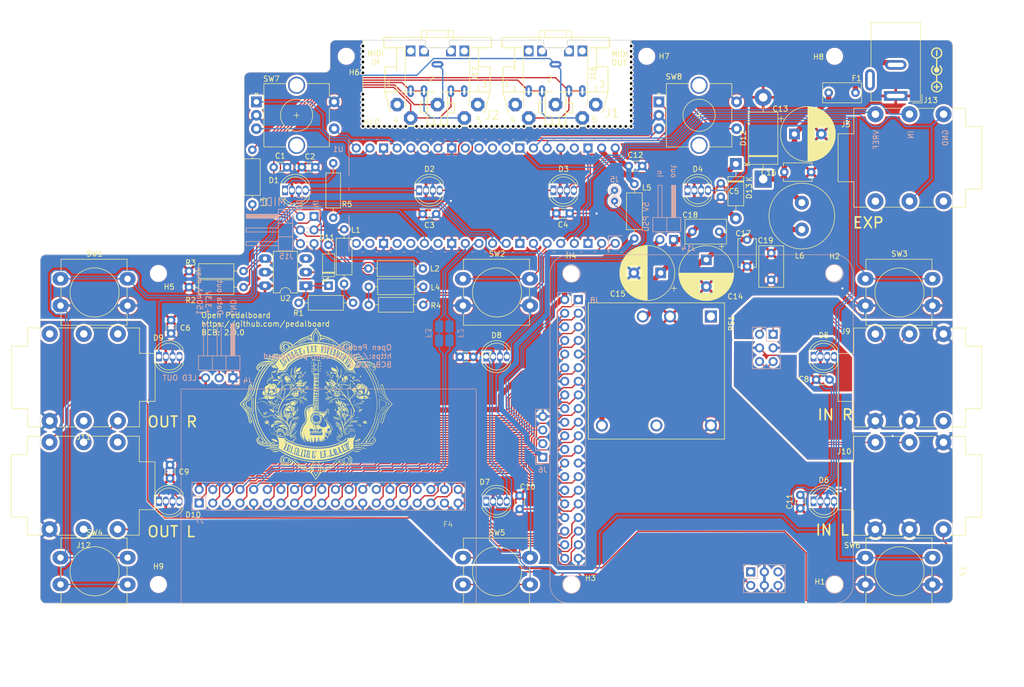
<source format=kicad_pcb>
(kicad_pcb (version 20221018) (generator pcbnew)

  (general
    (thickness 1.6)
  )

  (paper "A4")
  (title_block
    (title "Open Pedalboard")
    (date "2023-03-12")
    (rev "2.0.0")
    (company "https://github.com/pedalboard")
    (comment 1 "Source Code: https://github.com/pedalboard/pedalboard-hw")
    (comment 2 "License: CERN Open Hardware Licence Version 2 - Permissive")
  )

  (layers
    (0 "F.Cu" signal)
    (31 "B.Cu" signal)
    (32 "B.Adhes" user "B.Adhesive")
    (33 "F.Adhes" user "F.Adhesive")
    (34 "B.Paste" user)
    (35 "F.Paste" user)
    (36 "B.SilkS" user "B.Silkscreen")
    (37 "F.SilkS" user "F.Silkscreen")
    (38 "B.Mask" user)
    (39 "F.Mask" user)
    (40 "Dwgs.User" user "User.Drawings")
    (41 "Cmts.User" user "User.Comments")
    (42 "Eco1.User" user "User.Eco1")
    (43 "Eco2.User" user "User.Eco2")
    (44 "Edge.Cuts" user)
    (45 "Margin" user)
    (46 "B.CrtYd" user "B.Courtyard")
    (47 "F.CrtYd" user "F.Courtyard")
    (48 "B.Fab" user)
    (49 "F.Fab" user)
    (50 "User.1" user)
    (51 "User.2" user)
    (52 "User.3" user)
    (53 "User.4" user)
    (54 "User.5" user)
    (55 "User.6" user)
    (56 "User.7" user)
    (57 "User.8" user)
    (58 "User.9" user)
  )

  (setup
    (stackup
      (layer "F.SilkS" (type "Top Silk Screen"))
      (layer "F.Paste" (type "Top Solder Paste"))
      (layer "F.Mask" (type "Top Solder Mask") (thickness 0.01))
      (layer "F.Cu" (type "copper") (thickness 0.035))
      (layer "dielectric 1" (type "core") (thickness 1.51) (material "FR4") (epsilon_r 4.5) (loss_tangent 0.02))
      (layer "B.Cu" (type "copper") (thickness 0.035))
      (layer "B.Mask" (type "Bottom Solder Mask") (thickness 0.01))
      (layer "B.Paste" (type "Bottom Solder Paste"))
      (layer "B.SilkS" (type "Bottom Silk Screen"))
      (copper_finish "None")
      (dielectric_constraints no)
    )
    (pad_to_mask_clearance 0)
    (aux_axis_origin 20 125)
    (pcbplotparams
      (layerselection 0x00010fc_ffffffff)
      (plot_on_all_layers_selection 0x0000000_00000000)
      (disableapertmacros false)
      (usegerberextensions false)
      (usegerberattributes true)
      (usegerberadvancedattributes true)
      (creategerberjobfile true)
      (dashed_line_dash_ratio 12.000000)
      (dashed_line_gap_ratio 3.000000)
      (svgprecision 4)
      (plotframeref false)
      (viasonmask false)
      (mode 1)
      (useauxorigin false)
      (hpglpennumber 1)
      (hpglpenspeed 20)
      (hpglpendiameter 15.000000)
      (dxfpolygonmode true)
      (dxfimperialunits true)
      (dxfusepcbnewfont true)
      (psnegative false)
      (psa4output false)
      (plotreference true)
      (plotvalue true)
      (plotinvisibletext false)
      (sketchpadsonfab false)
      (subtractmaskfromsilk false)
      (outputformat 1)
      (mirror false)
      (drillshape 1)
      (scaleselection 1)
      (outputdirectory "")
    )
  )

  (net 0 "")
  (net 1 "GND")
  (net 2 "+3.3V")
  (net 3 "Net-(D1-DOUT)")
  (net 4 "/MIDI/RGB_DATA")
  (net 5 "Net-(D2-DOUT)")
  (net 6 "Net-(D3-DOUT)")
  (net 7 "Net-(D4-DOUT)")
  (net 8 "Net-(D5-DOUT)")
  (net 9 "Net-(D6-DOUT)")
  (net 10 "Net-(D7-DOUT)")
  (net 11 "Net-(D8-DOUT)")
  (net 12 "Net-(D10-DIN)")
  (net 13 "Net-(D10-DOUT)")
  (net 14 "Net-(D11-K)")
  (net 15 "Net-(D11-A)")
  (net 16 "Net-(U1-GPIO28_ADC2)")
  (net 17 "Net-(U1-AGND)")
  (net 18 "unconnected-(J3-PadSN)")
  (net 19 "Net-(U1-ADC_VREF)")
  (net 20 "unconnected-(J3-PadTN)")
  (net 21 "/Audio/INT_MIDI_TX")
  (net 22 "/Audio/INT_MIDI_RX")
  (net 23 "Net-(J7-3V3-Pad1)")
  (net 24 "/Audio/conf_i2c_sda")
  (net 25 "/Audio/conf_i2c_scl")
  (net 26 "Net-(J7-GCLK0{slash}GPIO4)")
  (net 27 "/MIDI/EXT_MIDI_RX")
  (net 28 "/MIDI/EXT_MIDI_TX")
  (net 29 "Net-(J7-GPIO17)")
  (net 30 "/Audio/audio_pcm_clk")
  (net 31 "/Audio/audio_in_stereo")
  (net 32 "Net-(J7-GPIO22)")
  (net 33 "unconnected-(U1-GPIO10-Pad14)")
  (net 34 "unconnected-(U1-GPIO12-Pad16)")
  (net 35 "unconnected-(U1-GPIO13-Pad17)")
  (net 36 "unconnected-(U1-GPIO14-Pad19)")
  (net 37 "unconnected-(U1-GPIO15-Pad20)")
  (net 38 "unconnected-(U1-GPIO22-Pad29)")
  (net 39 "unconnected-(U1-RUN-Pad30)")
  (net 40 "unconnected-(U1-GPIO26_ADC0-Pad31)")
  (net 41 "unconnected-(U1-GPIO27_ADC1-Pad32)")
  (net 42 "unconnected-(U1-3V3_EN-Pad37)")
  (net 43 "+5VD")
  (net 44 "/Audio/USB_DN")
  (net 45 "unconnected-(U2-Pad3)")
  (net 46 "Net-(J7-GPIO23)")
  (net 47 "Net-(J7-3V3-Pad17)")
  (net 48 "Net-(J7-GPIO24)")
  (net 49 "Net-(J7-MOSI0{slash}GPIO10)")
  (net 50 "Net-(J7-MISO0{slash}GPIO9)")
  (net 51 "Net-(J7-GPIO25)")
  (net 52 "Net-(J7-SCLK0{slash}GPIO11)")
  (net 53 "Net-(J7-~{CE0}{slash}GPIO8)")
  (net 54 "Net-(J7-~{CE1}{slash}GPIO7)")
  (net 55 "Net-(J7-ID_SD{slash}GPIO0)")
  (net 56 "Net-(J7-ID_SC{slash}GPIO1)")
  (net 57 "Net-(J7-GCLK1{slash}GPIO5)")
  (net 58 "Net-(J7-GCLK2{slash}GPIO6)")
  (net 59 "Net-(J7-PWM0{slash}GPIO12)")
  (net 60 "Net-(J7-PWM1{slash}GPIO13)")
  (net 61 "/Audio/audio_pcm_fs")
  (net 62 "Net-(J7-GPIO16)")
  (net 63 "/Audio/audio_out_stereo")
  (net 64 "/Audio/audio_pcm_din")
  (net 65 "/Audio/audio_pcm_dout")
  (net 66 "unconnected-(J9-PadSN)")
  (net 67 "unconnected-(J11-PadR)")
  (net 68 "unconnected-(J11-PadRN)")
  (net 69 "unconnected-(J11-PadSN)")
  (net 70 "unconnected-(J8-out_5V-Pad47)")
  (net 71 "unconnected-(J11-PadTN)")
  (net 72 "unconnected-(J12-PadR)")
  (net 73 "unconnected-(J12-PadRN)")
  (net 74 "Net-(J8-out_R)")
  (net 75 "unconnected-(J12-PadTN)")
  (net 76 "unconnected-(J8-out_5V-Pad51)")
  (net 77 "Net-(J8-out_L)")
  (net 78 "/MIDI/SW_D")
  (net 79 "/MIDI/SW_E")
  (net 80 "/MIDI/SW_F")
  (net 81 "/MIDI/SW_A")
  (net 82 "/MIDI/SW_B")
  (net 83 "/MIDI/SW_C")
  (net 84 "/MIDI/ROT_VOL_A")
  (net 85 "/MIDI/ROT_VOL_B")
  (net 86 "/MIDI/SW_VOL")
  (net 87 "/MIDI/ROT_GAIN_A")
  (net 88 "/MIDI/ROT_GAIN_B")
  (net 89 "/MIDI/SW_GAIN")
  (net 90 "unconnected-(J1-Pad1)")
  (net 91 "unconnected-(J1-Pad3)")
  (net 92 "unconnected-(J2-Pad1)")
  (net 93 "unconnected-(J2-Pad3)")
  (net 94 "Net-(L1-Pad2)")
  (net 95 "Net-(L3-Pad2)")
  (net 96 "Net-(L4-Pad2)")
  (net 97 "Net-(J15-Pin_2)")
  (net 98 "Net-(J15-Pin_6)")
  (net 99 "Net-(J15-Pin_4)")
  (net 100 "Net-(J15-Pin_3)")
  (net 101 "Net-(J15-Pin_1)")
  (net 102 "/Audio/USB_DP")
  (net 103 "Net-(D1-DIN)")
  (net 104 "/Audio/in_R-")
  (net 105 "/Audio/GND_in_R")
  (net 106 "/Audio/in_R+")
  (net 107 "/Audio/in_L-")
  (net 108 "/Audio/GND_in_L")
  (net 109 "/Audio/in_L+")
  (net 110 "/Audio/GND_out")
  (net 111 "unconnected-(PS1-CTRL-Pad1)")
  (net 112 "unconnected-(PS1-TRIM-Pad5)")
  (net 113 "/Power Supply/fused")
  (net 114 "+5VP")
  (net 115 "/Power Supply/power_input_gnd")
  (net 116 "Net-(J7-5V-Pad4)")
  (net 117 "/VBUS")
  (net 118 "unconnected-(J13-Pad3)")
  (net 119 "/Power Supply/vin")
  (net 120 "/MIDI/VSYS")
  (net 121 "/Power Supply/unfused")
  (net 122 "/MIDI/VBUS_FILTERED")
  (net 123 "Net-(U1-GPIO8)")
  (net 124 "Net-(U1-GPIO9)")
  (net 125 "Net-(F4-Pad1)")
  (net 126 "Net-(F5-Pad1)")

  (footprint "MountingHole:MountingHole_2.7mm_M2.5_DIN965" (layer "F.Cu") (at 168.02 121.5))

  (footprint "Capacitor_THT:C_Disc_D3.0mm_W1.6mm_P2.50mm" (layer "F.Cu") (at 146.8 46.7 -90))

  (footprint "Pedalboard Library:Jack_3.5mm_CUI_SJ1-3525N_Horizontal" (layer "F.Cu") (at 116 24.5 180))

  (footprint "MountingHole:MountingHole_2.7mm_M2.5_DIN965" (layer "F.Cu") (at 133 23))

  (footprint "Pedalboard Library:Jack_6.35mm_Horizontal" (layer "F.Cu") (at 34.4 111.2 180))

  (footprint "Capacitor_THT:C_Disc_D5.1mm_W3.2mm_P5.00mm" (layer "F.Cu") (at 158.6376 44.6))

  (footprint "Pedalboard Library:BarrelJack_Wuerth_6941xx301002" (layer "F.Cu") (at 179.4 30.4 180))

  (footprint "Inductor_THT:L_Axial_L6.6mm_D2.7mm_P10.16mm_Horizontal_Vishay_IM-2" (layer "F.Cu") (at 130.7 46.82 -90))

  (footprint "Pedalboard Library:LED_D5.0mm-NeoPixel" (layer "F.Cu") (at 115.6 48))

  (footprint "Pedalboard Library:Jack_6.35mm_Horizontal" (layer "F.Cu") (at 34.435 91 180))

  (footprint "Pedalboard Library:CONV_PDQE15-Q24-S5-D" (layer "F.Cu") (at 134.8 81.68 -90))

  (footprint "Pedalboard Library:Jack_6.35mm_Horizontal" (layer "F.Cu") (at 175.6 94.995))

  (footprint "Pedalboard Library:Trace_Fuse" (layer "F.Cu") (at 95.97 113.2))

  (footprint "MountingHole:MountingHole_2.7mm_M2.5_DIN965" (layer "F.Cu") (at 42 63.5))

  (footprint "Pedalboard Library:LED_D5.0mm-NeoPixel" (layer "F.Cu") (at 140.6 48))

  (footprint "Capacitor_THT:C_Disc_D3.0mm_W1.6mm_P2.50mm" (layer "F.Cu") (at 109.31 104.93 -90))

  (footprint "Pedalboard Library:LED_D5.0mm-NeoPixel" (layer "F.Cu") (at 103.1 106))

  (footprint "MountingHole:MountingHole_2.7mm_M2.5_DIN965" (layer "F.Cu") (at 118.98 121.52))

  (footprint "Pedalboard Library:Raspberry PI Compute Module CM4 Nano A" (layer "F.Cu") (at 49.59 106.32 90))

  (footprint "Capacitor_THT:C_Disc_D3.0mm_W1.6mm_P2.50mm" (layer "F.Cu") (at 161.62 107.3 90))

  (footprint "Pedalboard Library:MIDI bites" (layer "F.Cu") (at 105.1 20.075))

  (footprint "Capacitor_THT:C_Disc_D3.0mm_W1.6mm_P2.50mm" (layer "F.Cu") (at 44.155 101.7 90))

  (footprint "Pedalboard Library:SW_PUSH-12mm_Wuerth-430476085716" (layer "F.Cu") (at 98.75 64.5))

  (footprint "Pedalboard Library:LED_D5.0mm-NeoPixel" (layer "F.Cu") (at 42.1 79))

  (footprint "Resistor_THT:R_Axial_DIN0207_L6.3mm_D2.5mm_P10.16mm_Horizontal" (layer "F.Cu") (at 74.575 53.105 90))

  (footprint "Package_DIP:DIP-6_W7.62mm_LongPads" (layer "F.Cu") (at 69.475 65.8 180))

  (footprint "MountingHole:MountingHole_2.7mm_M2.5_DIN965" (layer "F.Cu") (at 77 23))

  (footprint "Inductor_THT:L_Radial_D12.0mm_P5.00mm_Fastron_11P" (layer "F.Cu") (at 161.9 50.3 -90))

  (footprint "Pedalboard Library:Jack_6.35mm_Horizontal" (layer "F.Cu") (at 175.615 33.8))

  (footprint "Capacitor_THT:C_Disc_D3.0mm_W1.6mm_P2.50mm" (layer "F.Cu") (at 63.475 43.7))

  (footprint "Pedalboard Library:CP-2350" (layer "F.Cu") (at 116 22 180))

  (footprint "Pedalboard Library:LED_D5.0mm-NeoPixel" (layer "F.Cu") (at 90.6 48))

  (footprint "Pedalboard Library:RotaryEncoder_Alps_EC11E-Switch_Vertical_H20mm_CircularMountingHoles" (layer "F.Cu") (at 60.25 31.5))

  (footprint "Capacitor_THT:C_Disc_D3.0mm_W1.6mm_P2.50mm" (layer "F.Cu") (at 68.75 43.675))

  (footprint "Capacitor_THT:C_Disc_D3.0mm_W1.6mm_P2.50mm" (layer "F.Cu") (at 164.57 83.3))

  (footprint "Capacitor_THT:CP_Radial_D10.0mm_P5.00mm" (layer "F.Cu")
    (tstamp 6f35a77b-8f92-4555-b8dd-1e9f95a95bc4)
    (at 144.1 60.932323 -90)
    (descr "CP, Radial series, Radial, pin pitch=5.00mm, , diameter=10mm, Electrolytic Capacitor")
    (tags "CP Radial series Radial pin pitch 5.00mm  diameter 10mm Electrolytic Capacitor")
    (property "Sheetfile" "psu.kicad_sch")
    (property "Sheetname" "Power Supply")
    (property "Supplier" "https://www.digikey.ch/de/products/detail/cornell-dubilier-illinois-capacitor/227AVG050MGBJ/5411698")
    (property "ki_description" "Polarized capacitor")
    (property "ki_keywords" "cap capacitor")
    (path "/0d7c87b0-1309-475f-a9d7-edcf3dee5e4e/fcf8c601-b477-4a2d-9c3f-3d19d78a0e06")
    (attr through_hole)
    (fp_text reference "C14" (at 6.867677 -5.4 -180) (layer "F.SilkS")
        (effects (font (size 1 1) (thickness 0.15)))
      (tstamp 65494ee3-5f7e-4d82-b4fe-394de66173fc)
    )
    (fp_text value "220uF" (at 2.5 6.25 90) (layer "F.Fab")
        (effects (font (size 1 1) (thickness 0.15)))
      (tstamp 90063583-d19e-4e05-8cc4-b1626614dd1e)
    )
    (fp_text user "${REFERENCE}" (at 2.5 0 90) (layer "F.Fab")
        (effects (font (size 1 1) (thickness 0.15)))
      (tstamp f6a84b95-8086-4e0a-847b-2753557c614e)
    )
    (fp_line (start -2.979646 -2.875) (end -1.979646 -2.875)
      (stroke (width 0.12) (type solid)) (layer "F.SilkS") (tstamp 28198d69-9c7f-4539-9699-0c876cf39a9d))
    (fp_line (start -2.479646 -3.375) (end -2.479646 -2.375)
      (stroke (width 0.12) (type solid)) (layer "F.SilkS") (tstamp ede325bb-774e-4994-a86a-4f47cfed108f))
    (fp_line (start 2.5 -5.08) (end 2.5 5.08)
      (stroke (width 0.12) (type solid)) (layer "F.SilkS") (tstamp 0e841c49-e3c3-415c-a67c-53db071a1904))
    (fp_line (start 2.54 -5.08) (end 2.54 5.08)
      (stroke (width 0.12) (type solid)) (layer "F.SilkS") (tstamp 3f4c9608-a1c1-48b7-aead-3089a2669495))
    (fp_line (start 2.58 -5.08) (end 2.58 5.08)
      (stroke (width 0.12) (type solid)) (layer "F.SilkS") (tstamp 858beebc-9e66-4c60-be70-76433bd33dc5))
    (fp_line (start 2.62 -5.079) (end 2.62 5.079)
      (stroke (width 0.12) (type solid)) (layer "F.SilkS") (tstamp 59be6ac9-1af3-425a-8db6-a9d6e6a05b85))
    (fp_line (start 2.66 -5.078) (end 2.66 5.078)
      (stroke (width 0.12) (type solid)) (layer "F.SilkS") (tstamp f1dd85da-463c-4491-9961-28a11975e1bc))
    (fp_line (start 2.7 -5.077) (end 2.7 5.077)
      (stroke (width 0.12) (type solid)) (layer "F.SilkS") (tstamp 37072346-fe32-4fac-9d67-0615522af2a9))
    (fp_line (start 2.74 -5.075) (end 2.74 5.075)
      (stroke (width 0.12) (type solid)) (layer "F.SilkS") (tstamp 1290d61a-c6c9-4e7b-bd30-59ac0d8c687e))
    (fp_line (start 2.78 -5.073) (end 2.78 5.073)
      (stroke (width 0.12) (type solid)) (layer "F.SilkS") (tstamp 7bb31c78-af18-4beb-8d7e-6977b022b11d))
    (fp_line (start 2.82 -5.07) (end 2.82 5.07)
      (stroke (width 0.12) (type solid)) (layer "F.SilkS") (tstamp 0c187ee5-e47c-47a3-ab3b-43473819eed1))
    (fp_line (start 2.86 -5.068) (end 2.86 5.068)
      (stroke (width 0.12) (type solid)) (layer "F.SilkS") (tstamp 97f0682b-40b4-4de3-9a43-f8c6cbb29bbb))
    (fp_line (start 2.9 -5.065) (end 2.9 5.065)
      (stroke (width 0.12) (type solid)) (layer "F.SilkS") (tstamp 8b7df788-a9d1-4bfd-9381-d332aaf78fea))
    (fp_line (start 2.94 -5.062) (end 2.94 5.062)
      (stroke (width 0.12) (type solid)) (layer "F.SilkS") (tstamp 9c2b2d5a-38de-4278-acec-e064744008ad))
    (fp_line (start 2.98 -5.058) (end 2.98 5.058)
      (stroke (width 0.12) (type solid)) (layer "F.SilkS") (tstamp 8ce05525-3d73-452f-b502-c6b5cded0722))
    (fp_line (start 3.02 -5.054) (end 3.02 5.054)
      (stroke (width 0.12) (type solid)) (layer "F.SilkS") (tstamp 35eda7cc-fc79-4cf5-a7e3-f2797b482690))
    (fp_line (start 3.06 -5.05) (end 3.06 5.05)
      (stroke (width 0.12) (type solid)) (layer "F.SilkS") (tstamp 19ca32b2-bbe2-44f5-badc-176f184eec82))
    (fp_line (start 3.1 -5.045) (end 3.1 5.045)
      (stroke (width 0.12) (type solid)) (layer "F.SilkS") (tstamp a6aeda88-290b-4bc5-82a1-f0cbf20c56d8))
    (fp_line (start 3.14 -5.04) (end 3.14 5.04)
      (stroke (width 0.12) (type solid)) (layer "F.SilkS") (tstamp 0854b33d-c0ac-4d59-8c1a-2ad4c117aa1b))
    (fp_line (start 3.18 -5.035) (end 3.18 5.035)
      (stroke (width 0.12) (type solid)) (layer "F.SilkS") (tstamp 35a14a41-0b12-4772-b3a3-e5a462cfe580))
    (fp_line (start 3.221 -5.03) (end 3.221 5.03)
      (stroke (width 0.12) (type solid)) (layer "F.SilkS") (tstamp 14f00050-d463-4207-a5a8-e4b0fe37b993))
    (fp_line (start 3.261 -5.024) (end 3.261 5.024)
      (stroke (width 0.12) (type solid)) (layer "F.SilkS") (tstamp 7bc96b85-f40e-4591-a384-8acd1f2a413b))
    (fp_line (start 3.301 -5.018) (end 3.301 5.018)
      (stroke (width 0.12) (type solid)) (layer "F.SilkS") (tstamp 4892687f-88cd-435a-a983-e84f7ee8a3a3))
    (fp_line (start 3.341 -5.011) (end 3.341 5.011)
      (stroke (width 0.12) (type solid)) (layer "F.SilkS") (tstamp bccf30f4-1359-4e84-b3b7-ec58e24538be))
    (fp_line (start 3.381 -5.004) (end 3.381 5.004)
      (stroke (width 0.12) (type solid)) (layer "F.SilkS") (tstamp 4456d963-47fa-46d7-91a0-0527b49bf20a))
    (fp_line (start 3.421 -4.997) (end 3.421 4.997)
      (stroke (width 0.12) (type solid)) (layer "F.SilkS") (tstamp 746d624a-685d-46b0-8783-16d19cb4e81a))
    (fp_line (start 3.461 -4.99) (end 3.461 4.99)
      (stroke (width 0.12) (type solid)) (layer "F.SilkS") (tstamp cc137d84-3022-45f1-b62e-6913d21a86c2))
    (fp_line (start 3.501 -4.982) (end 3.501 4.982)
      (stroke (width 0.12) (type solid)) (layer "F.SilkS") (tstamp e8372c66-8d3d-4fac-a37a-2a9d0427c62c))
    (fp_line (start 3.541 -4.974) (end 3.541 4.974)
      (stroke (width 0.12) (type solid)) (layer "F.SilkS") (tstamp cb4cd7e7-6fef-4dc1-9fda-7af275e43641))
    (fp_line (start 3.581 -4.965) (end 3.581 4.965)
      (stroke (width 0.12) (type solid)) (layer "F.SilkS") (tstamp 47e4d1a7-38f8-47a4-8c4d-ab75c9854e2b))
    (fp_line (start 3.621 -4.956) (end 3.621 4.956)
      (stroke (width 0.12) (type solid)) (layer "F.SilkS") (tstamp 30dbbdaf-64b0-4484-abd3-86553b5440f6))
    (fp_line (start 3.661 -4.947) (end 3.661 4.947)
      (stroke (width 0.12) (type solid)) (layer "F.SilkS") (tstamp eef26904-06d0-4929-be60-f85bc28be454))
    (fp_line (start 3.701 -4.938) (end 3.701 4.938)
      (stroke (width 0.12) (type solid)) (layer "F.SilkS") (tstamp 4cbc25de-4753-43aa-997d-1da7229abbf0))
    (fp_line (start 3.741 -4.928) (end 3.741 4.928)
      (stroke (width 0.12) (type solid)) (layer "F.SilkS") (tstamp fcd35906-b934-4317-87f9-9c0c9daee0f0))
    (fp_line (start 3.781 -4.918) (end 3.781 -1.241)
      (stroke (width 0.12) (type solid)) (layer "F.SilkS") (tstamp e978fddb-2418-4eeb-befc-69c00dc7d538))
    (fp_line (start 3.781 1.241) (end 3.781 4.918)
      (stroke (width 0.12) (type solid)) (layer "F.SilkS") (tstamp ea927494-632c-4725-8244-764e5a32067e))
    (fp_line (start 3.821 -4.907) (end 3.821 -1.241)
      (stroke (width 0.12) (type solid)) (layer "F.SilkS") (tstamp 3fd2fe42-782f-4628-b5f0-692cfd3547bd))
    (fp_line (start 3.821 1.241) (end 3.821 4.907)
      (stroke (width 0.12) (type solid)) (layer "F.SilkS") (tstamp 0787645d-cdbf-46fe-8304-17c3709f9754))
    (fp_line (start 3.861 -4.897) (end 3.861 -1.241)
      (stroke (width 0.12) (type solid)) (layer "F.SilkS") (tstamp 282a402e-cbb7-41e8-9e2c-2d8fcda801ae))
    (fp_line (start 3.861 1.241) (end 3.861 4.897)
      (stroke (width 0.12) (type solid)) (layer "F.SilkS") (tstamp d1c83269-8590-4d1b-abdb-b62b74cffc6d))
    (fp_line (start 3.901 -4.885) (end 3.901 -1.241)
      (stroke (width 0.12) (type solid)) (layer "F.SilkS") (tstamp a38bd3e3-cf1d-4f7d-9140-f001983b6aaa))
    (fp_line (start 3.901 1.241) (end 3.901 4.885)
      (stroke (width 0.12) (type solid)) (layer "F.SilkS") (tstamp 1d2df766-b240-44c5-8bfe-33c9153774c9))
    (fp_line (start 3.941 -4.874) (end 3.941 -1.241)
      (stroke (width 0.12) (type solid)) (layer "F.SilkS") (tstamp b11f7ff7-ea8a-4bbe-bc5c-f2b8d2e4f163))
    (fp_line (start 3.941 1.241) (end 3.941 4.874)
      (stroke (width 0.12) (type solid)) (layer "F.SilkS") (tstamp a13fce5f-549e-44fb-9585-39afd92c876d))
    (fp_line (start 3.981 -4.862) (end 3.981 -1.241)
      (stroke (width 0.12) (type solid)) (layer "F.SilkS") (tstamp 7f4d2485-5c90-4ceb-ad32-6a37f88f48f7))
    (fp_line (start 3.981 1.241) (end 3.981 4.862)
      (stroke (width 0.12) (type solid)) (layer "F.SilkS") (tstamp bc80cceb-d507-4a5a-9dae-4b607e33de72))
    (fp_line (start 4.021 -4.85) (end 4.021 -1.241)
      (stroke (width 0.12) (type solid)) (layer "F.SilkS") (tstamp bccffe3f-82fd-4884-a8fc-3049f8ba0310))
    (fp_line (start 4.021 1.241) (end 4.021 4.85)
      (stroke (width 0.12) (type solid)) (layer "F.SilkS") (tstamp 779d9876-6e9d-45ee-911a-f5b4bfedc505))
    (fp_line (start 4.061 -4.837) (end 4.061 -1.241)
      (stroke (width 0.12) (type solid)) (layer "F.SilkS") (tstamp 0453d7db-0ddb-4a37-9cc2-9d925c73f1a4))
    (fp_line (start 4.061 1.241) (end 4.061 4.837)
      (stroke (width 0.12) (type solid)) (layer "F.SilkS") (tstamp 08ce91ed-4105-45d8-90d7-96ac07a243bf))
    (fp_line (start 4.101 -4.824) (end 4.101 -1.241)
      (stroke (width 0.12) (type solid)) (layer "F.SilkS") (tstamp 10acecec-0eab-48fb-89b6-ce79deb8cae1))
    (fp_line (start 4.101 1.241) (end 4.101 4.824)
      (stroke (width 0.12) (type solid)) (layer "F.SilkS") (tstamp 91188e51-8bf5-4f09-bf47-e1b9b24ab83d))
    (fp_line (start 4.141 -4.811) (end 4.141 -1.241)
      (stroke (width 0.12) (type solid)) (layer "F.SilkS") (tstamp 46159c6a-b2b0-4d52-a2c6-c9ed046d4106))
    (fp_line (start 4.141 1.241) (end 4.141 4.811)
      (stroke (width 0.12) (type solid)) (layer "F.SilkS") (tstamp 9d346cc6-8322-4aad-abb0-6a158532a0a8))
    (fp_line (start 4.181 -4.797) (end 4.181 -1.241)
      (stroke (width 0.12) (type solid)) (layer "F.SilkS") (tstamp 61dd81a7-63c9-4889-9c58-a2e95a29bca4))
    (fp_line (start 4.181 1.241) (end 4.181 4.797)
      (stroke (width 0.12) (type solid)) (layer "F.SilkS") (tstamp 55c8dbb0-a7a6-4628-b91e-6f7a13785c22))
    (fp_line (start 4.221 -4.783) (end 4.221 -1.241)
      (stroke (width 0.12) (type solid)) (layer "F.SilkS") (tstamp fcd0af63-0329-40ec-a0f0-5fc0c851287a))
    (fp_line (start 4.221 1.241) (end 4.221 4.783)
      (stroke (width 0.12) (type solid)) (layer "F.SilkS") (tstamp 3dd7bdca-a2e1-42fa-b4bb-ae197c31e877))
    (fp_line (start 4.261 -4.768) (end 4.261 -1.241)
      (stroke (width 0.12) (type solid)) (layer "F.SilkS") (tstamp f35541e0-5043-4679-9a91-dc51accc9780))
    (fp_line (start 4.261 1.241) (end 4.261 4.768)
      (stroke (width 0.12) (type solid)) (layer "F.SilkS") (tstamp 30843d7d-bbf8-4fb5-b81a-19ea7afe5607))
    (fp_line (start 4.301 -4.754) (end 4.301 -1.241)
      (stroke (width 0.12) (type solid)) (layer "F.SilkS") (tstamp ed2dadc1-fbfd-4f58-bbba-72bca2b787cb))
    (fp_line (start 4.301 1.241) (end 4.301 4.754)
      (stroke (width 0.12) (type solid)) (layer "F.SilkS") (tstamp a418b764-194f-4305-920d-3a63fd1ca9c4))
    (fp_line (start 4.341 -4.738) (end 4.341 -1.241)
      (stroke (width 0.12) (type solid)) (layer "F.SilkS") (tstamp 72043c46-58c7-432c-afc1-3f7b34fa933d))
    (fp_line (start 4.341 1.241) (end 4.341 4.738)
      (stroke (width 0.12) (type solid)) (layer "F.SilkS") (tstamp 5840f6b7-69dd-4f51-990d-2431e6c2203e))
    (fp_line (start 4.381 -4.723) (end 4.381 -1.241)
      (stroke (width 0.12) (type solid)) (layer "F.SilkS") (tstamp 35514813-2b03-41aa-b137-ce7bb743d384))
    (fp_line (start 4.381 1.241) (end 4.381 4.723)
      (stroke (width 0.12) (type solid)) (layer "F.SilkS") (tstamp 2cc7682c-66c6-45b4-93be-bcb035bd3ab0))
    (fp_line (start 4.421 -4.707) (end 4.421 -1.241)
      (stroke (width 0.12) (type solid)) (layer "F.SilkS") (tstamp 520c6b0f-32d4-414d-97c7-2f112e0daaa4))
    (fp_line (start 4.421 1.241) (end 4.421 4.707)
      (stroke (width 0.12) (type solid)) (layer "F.SilkS") (tstamp 3102cd85-7082-4c18-9538-94d782f74945))
    (fp_line (start 4.461 -4.69) (end 4.461 -1.241)
      (stroke (width 0.12) (type solid)) (layer "F.SilkS") (tstamp 40433f57-b1cc-43d1-a10d-87739e50dea1))
    (fp_line (start 4.461 1.241) (end 4.461 4.69)
      (stroke (width 0.12) (type solid)) (layer "F.SilkS") (tstamp fdb8f830-2530-4ff1-8910-8b1245c441c3))
    (fp_line (start 4.501 -4.674) (end 4.501 -1.241)
      (stroke (width 0.12) (type solid)) (layer "F.SilkS") (tstamp eb704c35-03ce-4819-af97-2aca22c364bb))
    (fp_line (start 4.501 1.241) (end 4.501 4.674)
      (stroke (width 0.12) (type solid)) (layer "F.SilkS") (tstamp 2b687a3b-ec6c-41d9-8ac8-1c33105326f6))
    (fp_line (start 4.541 -4.657) (end 4.541 -1.241)
      (stroke (width 0.12) (type solid)) (layer "F.SilkS") (tstamp 850eaee8-6a0b-4625-a4e6-1c3cecc40fab))
    (fp_line (start 4.541 1.241) (end 4.541 4.657)
      (stroke (width 0.12) (type solid)) (layer "F.SilkS") (tstamp e81a7446-f7ea-4a7b-a08a-b2b54fb573df))
    (fp_line (start 4.581 -4.639) (end 4.581 -1.241)
      (stroke (width 0.12) (type solid)) (layer "F.SilkS") (tstamp 22122cd4-755a-4c8f-964b-352198894863))
    (fp_line (start 4.581 1.241) (end 4.581 4.639)
      (stroke (width 0.12) (type solid)) (layer "F.SilkS") (tstamp 387e127e-66e4-4d51-b563-a6a3d4021e90))
    (fp_line (start 4.621 -4.621) (end 4.621 -1.241)
      (stroke (width 0.12) (type solid)) (layer "F.SilkS") (tstamp f8a0b15d-5069-4880-a921-2c017c5de8ad))
    (fp_line (start 4.621 1.241) (end 4.621 4.621)
      (stroke (width 0.12) (type solid)) (layer "F.SilkS") (tstamp 3848ee86-4d4c-4daa-9250-eff3e872f238))
    (fp_line (start 4.661 -4.603) (end 4.661 -1.241)
      (stroke (width 0.12) (type solid)) (layer "F.SilkS") (tstamp e72591bf-78d0-4c70-be7b-2be25aea8e4f))
    (fp_line (start 4.661 1.241) (end 4.661 4.603)
      (stroke (width 0.12) (type solid)) (layer "F.SilkS") (tstamp 8c62648a-b3a2-49b8-8822-a5ba4a1f52c9))
    (fp_line (start 4.701 -4.584) (end 4.701 -1.241)
      (stroke (width 0.12) (type solid)) (layer "F.SilkS") (tstamp 57028de1-3f58-49c5-9af2-18f6066c79a6))
    (fp_line (start 4.701 1.241) (end 4.701 4.584)
      (stroke (width 0.12) (type solid)) (layer "F.SilkS") (tstamp fa266b35-0400-4c67-ab4c-a0d47e56b63e))
    (fp_line (start 4.741 -4.564) (end 4.741 -1.241)
      (stroke (width 0.12) (type solid)) (layer "F.SilkS") (tstamp 5f67ce1a-700a-4b41-8d17-41f4bcd883b1))
    (fp_line (start 4.741 1.241) (end 4.741 4.564)
      (stroke (width 0.12) (type solid)) (layer "F.SilkS") (tstamp f107e841-425c-4ceb-9754-3456a5d588d8))
    (fp_line (start 4.781 -4.545) (end 4.781 -1.241)
      (stroke (width 0.12) (type solid)) (layer "F.SilkS") (tstamp c63ebf5a-2195-4b48-bc2d-232a35443c7
... [5593103 chars truncated]
</source>
